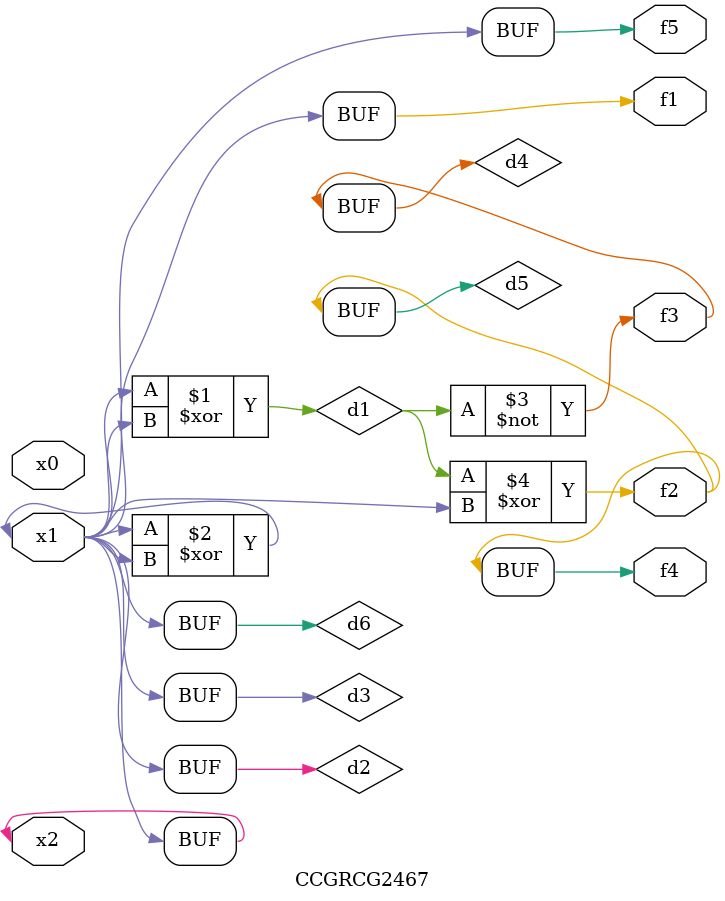
<source format=v>
module CCGRCG2467(
	input x0, x1, x2,
	output f1, f2, f3, f4, f5
);

	wire d1, d2, d3, d4, d5, d6;

	xor (d1, x1, x2);
	buf (d2, x1, x2);
	xor (d3, x1, x2);
	nor (d4, d1);
	xor (d5, d1, d2);
	buf (d6, d2, d3);
	assign f1 = d6;
	assign f2 = d5;
	assign f3 = d4;
	assign f4 = d5;
	assign f5 = d6;
endmodule

</source>
